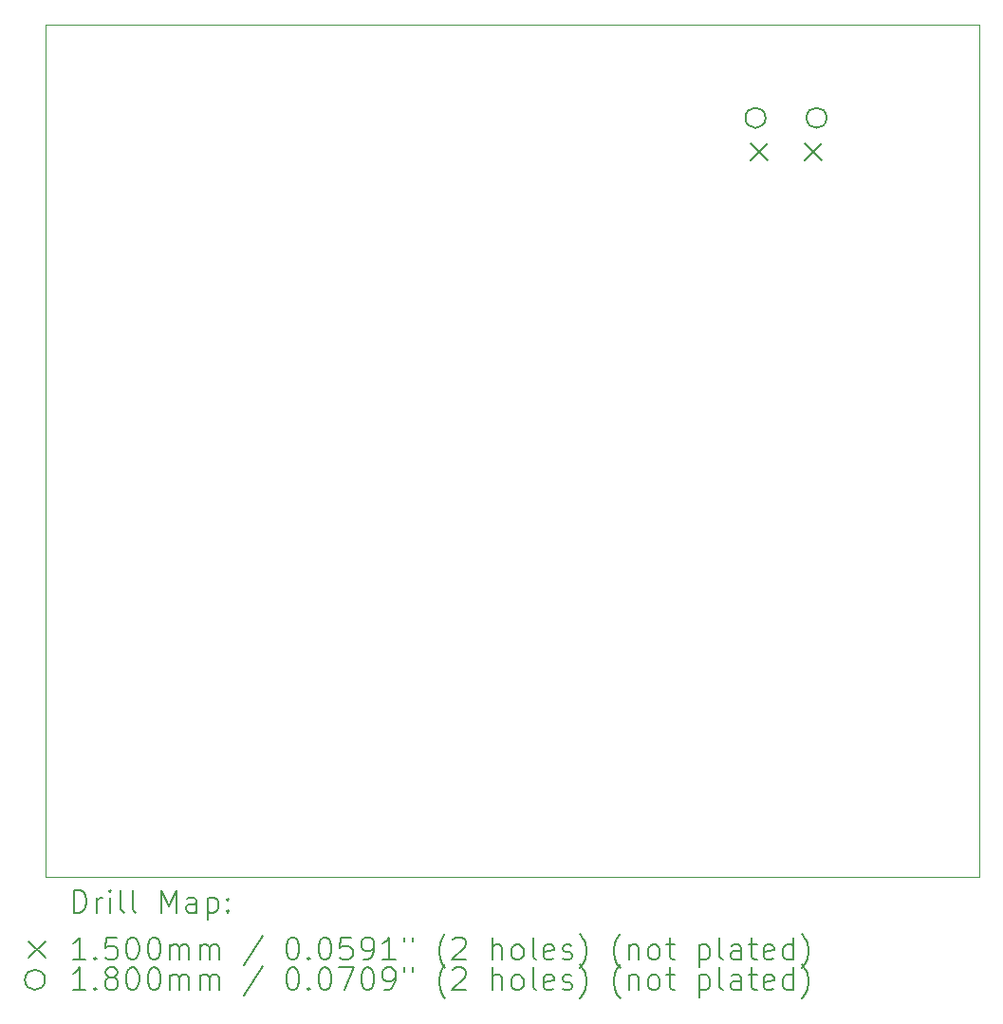
<source format=gbr>
%TF.GenerationSoftware,KiCad,Pcbnew,6.0.10-86aedd382b~118~ubuntu20.04.1*%
%TF.CreationDate,2023-01-30T13:17:54+00:00*%
%TF.ProjectId,srom,73726f6d-2e6b-4696-9361-645f70636258,rev?*%
%TF.SameCoordinates,Original*%
%TF.FileFunction,Drillmap*%
%TF.FilePolarity,Positive*%
%FSLAX45Y45*%
G04 Gerber Fmt 4.5, Leading zero omitted, Abs format (unit mm)*
G04 Created by KiCad (PCBNEW 6.0.10-86aedd382b~118~ubuntu20.04.1) date 2023-01-30 13:17:54*
%MOMM*%
%LPD*%
G01*
G04 APERTURE LIST*
%ADD10C,0.100000*%
%ADD11C,0.200000*%
%ADD12C,0.150000*%
%ADD13C,0.180000*%
G04 APERTURE END LIST*
D10*
X2318000Y-4998000D02*
X10646000Y-4998000D01*
X10646000Y-4998000D02*
X10646000Y-12607000D01*
X10646000Y-12607000D02*
X2318000Y-12607000D01*
X2318000Y-12607000D02*
X2318000Y-4998000D01*
D11*
D12*
X8606500Y-6060000D02*
X8756500Y-6210000D01*
X8756500Y-6060000D02*
X8606500Y-6210000D01*
X9091500Y-6060000D02*
X9241500Y-6210000D01*
X9241500Y-6060000D02*
X9091500Y-6210000D01*
D13*
X8741500Y-5832000D02*
G75*
G03*
X8741500Y-5832000I-90000J0D01*
G01*
X9286500Y-5832000D02*
G75*
G03*
X9286500Y-5832000I-90000J0D01*
G01*
D11*
X2570619Y-12922476D02*
X2570619Y-12722476D01*
X2618238Y-12722476D01*
X2646810Y-12732000D01*
X2665857Y-12751048D01*
X2675381Y-12770095D01*
X2684905Y-12808190D01*
X2684905Y-12836762D01*
X2675381Y-12874857D01*
X2665857Y-12893905D01*
X2646810Y-12912952D01*
X2618238Y-12922476D01*
X2570619Y-12922476D01*
X2770619Y-12922476D02*
X2770619Y-12789143D01*
X2770619Y-12827238D02*
X2780143Y-12808190D01*
X2789667Y-12798667D01*
X2808714Y-12789143D01*
X2827762Y-12789143D01*
X2894428Y-12922476D02*
X2894428Y-12789143D01*
X2894428Y-12722476D02*
X2884905Y-12732000D01*
X2894428Y-12741524D01*
X2903952Y-12732000D01*
X2894428Y-12722476D01*
X2894428Y-12741524D01*
X3018238Y-12922476D02*
X2999190Y-12912952D01*
X2989667Y-12893905D01*
X2989667Y-12722476D01*
X3123000Y-12922476D02*
X3103952Y-12912952D01*
X3094428Y-12893905D01*
X3094428Y-12722476D01*
X3351571Y-12922476D02*
X3351571Y-12722476D01*
X3418238Y-12865333D01*
X3484905Y-12722476D01*
X3484905Y-12922476D01*
X3665857Y-12922476D02*
X3665857Y-12817714D01*
X3656333Y-12798667D01*
X3637286Y-12789143D01*
X3599190Y-12789143D01*
X3580143Y-12798667D01*
X3665857Y-12912952D02*
X3646809Y-12922476D01*
X3599190Y-12922476D01*
X3580143Y-12912952D01*
X3570619Y-12893905D01*
X3570619Y-12874857D01*
X3580143Y-12855809D01*
X3599190Y-12846286D01*
X3646809Y-12846286D01*
X3665857Y-12836762D01*
X3761095Y-12789143D02*
X3761095Y-12989143D01*
X3761095Y-12798667D02*
X3780143Y-12789143D01*
X3818238Y-12789143D01*
X3837286Y-12798667D01*
X3846809Y-12808190D01*
X3856333Y-12827238D01*
X3856333Y-12884381D01*
X3846809Y-12903428D01*
X3837286Y-12912952D01*
X3818238Y-12922476D01*
X3780143Y-12922476D01*
X3761095Y-12912952D01*
X3942048Y-12903428D02*
X3951571Y-12912952D01*
X3942048Y-12922476D01*
X3932524Y-12912952D01*
X3942048Y-12903428D01*
X3942048Y-12922476D01*
X3942048Y-12798667D02*
X3951571Y-12808190D01*
X3942048Y-12817714D01*
X3932524Y-12808190D01*
X3942048Y-12798667D01*
X3942048Y-12817714D01*
D12*
X2163000Y-13177000D02*
X2313000Y-13327000D01*
X2313000Y-13177000D02*
X2163000Y-13327000D01*
D11*
X2675381Y-13342476D02*
X2561095Y-13342476D01*
X2618238Y-13342476D02*
X2618238Y-13142476D01*
X2599190Y-13171048D01*
X2580143Y-13190095D01*
X2561095Y-13199619D01*
X2761095Y-13323428D02*
X2770619Y-13332952D01*
X2761095Y-13342476D01*
X2751571Y-13332952D01*
X2761095Y-13323428D01*
X2761095Y-13342476D01*
X2951571Y-13142476D02*
X2856333Y-13142476D01*
X2846809Y-13237714D01*
X2856333Y-13228190D01*
X2875381Y-13218667D01*
X2923000Y-13218667D01*
X2942048Y-13228190D01*
X2951571Y-13237714D01*
X2961095Y-13256762D01*
X2961095Y-13304381D01*
X2951571Y-13323428D01*
X2942048Y-13332952D01*
X2923000Y-13342476D01*
X2875381Y-13342476D01*
X2856333Y-13332952D01*
X2846809Y-13323428D01*
X3084905Y-13142476D02*
X3103952Y-13142476D01*
X3123000Y-13152000D01*
X3132524Y-13161524D01*
X3142048Y-13180571D01*
X3151571Y-13218667D01*
X3151571Y-13266286D01*
X3142048Y-13304381D01*
X3132524Y-13323428D01*
X3123000Y-13332952D01*
X3103952Y-13342476D01*
X3084905Y-13342476D01*
X3065857Y-13332952D01*
X3056333Y-13323428D01*
X3046809Y-13304381D01*
X3037286Y-13266286D01*
X3037286Y-13218667D01*
X3046809Y-13180571D01*
X3056333Y-13161524D01*
X3065857Y-13152000D01*
X3084905Y-13142476D01*
X3275381Y-13142476D02*
X3294428Y-13142476D01*
X3313476Y-13152000D01*
X3323000Y-13161524D01*
X3332524Y-13180571D01*
X3342048Y-13218667D01*
X3342048Y-13266286D01*
X3332524Y-13304381D01*
X3323000Y-13323428D01*
X3313476Y-13332952D01*
X3294428Y-13342476D01*
X3275381Y-13342476D01*
X3256333Y-13332952D01*
X3246809Y-13323428D01*
X3237286Y-13304381D01*
X3227762Y-13266286D01*
X3227762Y-13218667D01*
X3237286Y-13180571D01*
X3246809Y-13161524D01*
X3256333Y-13152000D01*
X3275381Y-13142476D01*
X3427762Y-13342476D02*
X3427762Y-13209143D01*
X3427762Y-13228190D02*
X3437286Y-13218667D01*
X3456333Y-13209143D01*
X3484905Y-13209143D01*
X3503952Y-13218667D01*
X3513476Y-13237714D01*
X3513476Y-13342476D01*
X3513476Y-13237714D02*
X3523000Y-13218667D01*
X3542048Y-13209143D01*
X3570619Y-13209143D01*
X3589667Y-13218667D01*
X3599190Y-13237714D01*
X3599190Y-13342476D01*
X3694428Y-13342476D02*
X3694428Y-13209143D01*
X3694428Y-13228190D02*
X3703952Y-13218667D01*
X3723000Y-13209143D01*
X3751571Y-13209143D01*
X3770619Y-13218667D01*
X3780143Y-13237714D01*
X3780143Y-13342476D01*
X3780143Y-13237714D02*
X3789667Y-13218667D01*
X3808714Y-13209143D01*
X3837286Y-13209143D01*
X3856333Y-13218667D01*
X3865857Y-13237714D01*
X3865857Y-13342476D01*
X4256333Y-13132952D02*
X4084905Y-13390095D01*
X4513476Y-13142476D02*
X4532524Y-13142476D01*
X4551571Y-13152000D01*
X4561095Y-13161524D01*
X4570619Y-13180571D01*
X4580143Y-13218667D01*
X4580143Y-13266286D01*
X4570619Y-13304381D01*
X4561095Y-13323428D01*
X4551571Y-13332952D01*
X4532524Y-13342476D01*
X4513476Y-13342476D01*
X4494429Y-13332952D01*
X4484905Y-13323428D01*
X4475381Y-13304381D01*
X4465857Y-13266286D01*
X4465857Y-13218667D01*
X4475381Y-13180571D01*
X4484905Y-13161524D01*
X4494429Y-13152000D01*
X4513476Y-13142476D01*
X4665857Y-13323428D02*
X4675381Y-13332952D01*
X4665857Y-13342476D01*
X4656333Y-13332952D01*
X4665857Y-13323428D01*
X4665857Y-13342476D01*
X4799190Y-13142476D02*
X4818238Y-13142476D01*
X4837286Y-13152000D01*
X4846810Y-13161524D01*
X4856333Y-13180571D01*
X4865857Y-13218667D01*
X4865857Y-13266286D01*
X4856333Y-13304381D01*
X4846810Y-13323428D01*
X4837286Y-13332952D01*
X4818238Y-13342476D01*
X4799190Y-13342476D01*
X4780143Y-13332952D01*
X4770619Y-13323428D01*
X4761095Y-13304381D01*
X4751571Y-13266286D01*
X4751571Y-13218667D01*
X4761095Y-13180571D01*
X4770619Y-13161524D01*
X4780143Y-13152000D01*
X4799190Y-13142476D01*
X5046810Y-13142476D02*
X4951571Y-13142476D01*
X4942048Y-13237714D01*
X4951571Y-13228190D01*
X4970619Y-13218667D01*
X5018238Y-13218667D01*
X5037286Y-13228190D01*
X5046810Y-13237714D01*
X5056333Y-13256762D01*
X5056333Y-13304381D01*
X5046810Y-13323428D01*
X5037286Y-13332952D01*
X5018238Y-13342476D01*
X4970619Y-13342476D01*
X4951571Y-13332952D01*
X4942048Y-13323428D01*
X5151571Y-13342476D02*
X5189667Y-13342476D01*
X5208714Y-13332952D01*
X5218238Y-13323428D01*
X5237286Y-13294857D01*
X5246810Y-13256762D01*
X5246810Y-13180571D01*
X5237286Y-13161524D01*
X5227762Y-13152000D01*
X5208714Y-13142476D01*
X5170619Y-13142476D01*
X5151571Y-13152000D01*
X5142048Y-13161524D01*
X5132524Y-13180571D01*
X5132524Y-13228190D01*
X5142048Y-13247238D01*
X5151571Y-13256762D01*
X5170619Y-13266286D01*
X5208714Y-13266286D01*
X5227762Y-13256762D01*
X5237286Y-13247238D01*
X5246810Y-13228190D01*
X5437286Y-13342476D02*
X5323000Y-13342476D01*
X5380143Y-13342476D02*
X5380143Y-13142476D01*
X5361095Y-13171048D01*
X5342048Y-13190095D01*
X5323000Y-13199619D01*
X5513476Y-13142476D02*
X5513476Y-13180571D01*
X5589667Y-13142476D02*
X5589667Y-13180571D01*
X5884905Y-13418667D02*
X5875381Y-13409143D01*
X5856333Y-13380571D01*
X5846809Y-13361524D01*
X5837286Y-13332952D01*
X5827762Y-13285333D01*
X5827762Y-13247238D01*
X5837286Y-13199619D01*
X5846809Y-13171048D01*
X5856333Y-13152000D01*
X5875381Y-13123428D01*
X5884905Y-13113905D01*
X5951571Y-13161524D02*
X5961095Y-13152000D01*
X5980143Y-13142476D01*
X6027762Y-13142476D01*
X6046809Y-13152000D01*
X6056333Y-13161524D01*
X6065857Y-13180571D01*
X6065857Y-13199619D01*
X6056333Y-13228190D01*
X5942048Y-13342476D01*
X6065857Y-13342476D01*
X6303952Y-13342476D02*
X6303952Y-13142476D01*
X6389667Y-13342476D02*
X6389667Y-13237714D01*
X6380143Y-13218667D01*
X6361095Y-13209143D01*
X6332524Y-13209143D01*
X6313476Y-13218667D01*
X6303952Y-13228190D01*
X6513476Y-13342476D02*
X6494428Y-13332952D01*
X6484905Y-13323428D01*
X6475381Y-13304381D01*
X6475381Y-13247238D01*
X6484905Y-13228190D01*
X6494428Y-13218667D01*
X6513476Y-13209143D01*
X6542048Y-13209143D01*
X6561095Y-13218667D01*
X6570619Y-13228190D01*
X6580143Y-13247238D01*
X6580143Y-13304381D01*
X6570619Y-13323428D01*
X6561095Y-13332952D01*
X6542048Y-13342476D01*
X6513476Y-13342476D01*
X6694428Y-13342476D02*
X6675381Y-13332952D01*
X6665857Y-13313905D01*
X6665857Y-13142476D01*
X6846809Y-13332952D02*
X6827762Y-13342476D01*
X6789667Y-13342476D01*
X6770619Y-13332952D01*
X6761095Y-13313905D01*
X6761095Y-13237714D01*
X6770619Y-13218667D01*
X6789667Y-13209143D01*
X6827762Y-13209143D01*
X6846809Y-13218667D01*
X6856333Y-13237714D01*
X6856333Y-13256762D01*
X6761095Y-13275809D01*
X6932524Y-13332952D02*
X6951571Y-13342476D01*
X6989667Y-13342476D01*
X7008714Y-13332952D01*
X7018238Y-13313905D01*
X7018238Y-13304381D01*
X7008714Y-13285333D01*
X6989667Y-13275809D01*
X6961095Y-13275809D01*
X6942048Y-13266286D01*
X6932524Y-13247238D01*
X6932524Y-13237714D01*
X6942048Y-13218667D01*
X6961095Y-13209143D01*
X6989667Y-13209143D01*
X7008714Y-13218667D01*
X7084905Y-13418667D02*
X7094428Y-13409143D01*
X7113476Y-13380571D01*
X7123000Y-13361524D01*
X7132524Y-13332952D01*
X7142048Y-13285333D01*
X7142048Y-13247238D01*
X7132524Y-13199619D01*
X7123000Y-13171048D01*
X7113476Y-13152000D01*
X7094428Y-13123428D01*
X7084905Y-13113905D01*
X7446809Y-13418667D02*
X7437286Y-13409143D01*
X7418238Y-13380571D01*
X7408714Y-13361524D01*
X7399190Y-13332952D01*
X7389667Y-13285333D01*
X7389667Y-13247238D01*
X7399190Y-13199619D01*
X7408714Y-13171048D01*
X7418238Y-13152000D01*
X7437286Y-13123428D01*
X7446809Y-13113905D01*
X7523000Y-13209143D02*
X7523000Y-13342476D01*
X7523000Y-13228190D02*
X7532524Y-13218667D01*
X7551571Y-13209143D01*
X7580143Y-13209143D01*
X7599190Y-13218667D01*
X7608714Y-13237714D01*
X7608714Y-13342476D01*
X7732524Y-13342476D02*
X7713476Y-13332952D01*
X7703952Y-13323428D01*
X7694428Y-13304381D01*
X7694428Y-13247238D01*
X7703952Y-13228190D01*
X7713476Y-13218667D01*
X7732524Y-13209143D01*
X7761095Y-13209143D01*
X7780143Y-13218667D01*
X7789667Y-13228190D01*
X7799190Y-13247238D01*
X7799190Y-13304381D01*
X7789667Y-13323428D01*
X7780143Y-13332952D01*
X7761095Y-13342476D01*
X7732524Y-13342476D01*
X7856333Y-13209143D02*
X7932524Y-13209143D01*
X7884905Y-13142476D02*
X7884905Y-13313905D01*
X7894428Y-13332952D01*
X7913476Y-13342476D01*
X7932524Y-13342476D01*
X8151571Y-13209143D02*
X8151571Y-13409143D01*
X8151571Y-13218667D02*
X8170619Y-13209143D01*
X8208714Y-13209143D01*
X8227762Y-13218667D01*
X8237286Y-13228190D01*
X8246809Y-13247238D01*
X8246809Y-13304381D01*
X8237286Y-13323428D01*
X8227762Y-13332952D01*
X8208714Y-13342476D01*
X8170619Y-13342476D01*
X8151571Y-13332952D01*
X8361095Y-13342476D02*
X8342048Y-13332952D01*
X8332524Y-13313905D01*
X8332524Y-13142476D01*
X8523000Y-13342476D02*
X8523000Y-13237714D01*
X8513476Y-13218667D01*
X8494429Y-13209143D01*
X8456333Y-13209143D01*
X8437286Y-13218667D01*
X8523000Y-13332952D02*
X8503952Y-13342476D01*
X8456333Y-13342476D01*
X8437286Y-13332952D01*
X8427762Y-13313905D01*
X8427762Y-13294857D01*
X8437286Y-13275809D01*
X8456333Y-13266286D01*
X8503952Y-13266286D01*
X8523000Y-13256762D01*
X8589667Y-13209143D02*
X8665857Y-13209143D01*
X8618238Y-13142476D02*
X8618238Y-13313905D01*
X8627762Y-13332952D01*
X8646810Y-13342476D01*
X8665857Y-13342476D01*
X8808714Y-13332952D02*
X8789667Y-13342476D01*
X8751571Y-13342476D01*
X8732524Y-13332952D01*
X8723000Y-13313905D01*
X8723000Y-13237714D01*
X8732524Y-13218667D01*
X8751571Y-13209143D01*
X8789667Y-13209143D01*
X8808714Y-13218667D01*
X8818238Y-13237714D01*
X8818238Y-13256762D01*
X8723000Y-13275809D01*
X8989667Y-13342476D02*
X8989667Y-13142476D01*
X8989667Y-13332952D02*
X8970619Y-13342476D01*
X8932524Y-13342476D01*
X8913476Y-13332952D01*
X8903952Y-13323428D01*
X8894429Y-13304381D01*
X8894429Y-13247238D01*
X8903952Y-13228190D01*
X8913476Y-13218667D01*
X8932524Y-13209143D01*
X8970619Y-13209143D01*
X8989667Y-13218667D01*
X9065857Y-13418667D02*
X9075381Y-13409143D01*
X9094429Y-13380571D01*
X9103952Y-13361524D01*
X9113476Y-13332952D01*
X9123000Y-13285333D01*
X9123000Y-13247238D01*
X9113476Y-13199619D01*
X9103952Y-13171048D01*
X9094429Y-13152000D01*
X9075381Y-13123428D01*
X9065857Y-13113905D01*
D13*
X2313000Y-13522000D02*
G75*
G03*
X2313000Y-13522000I-90000J0D01*
G01*
D11*
X2675381Y-13612476D02*
X2561095Y-13612476D01*
X2618238Y-13612476D02*
X2618238Y-13412476D01*
X2599190Y-13441048D01*
X2580143Y-13460095D01*
X2561095Y-13469619D01*
X2761095Y-13593428D02*
X2770619Y-13602952D01*
X2761095Y-13612476D01*
X2751571Y-13602952D01*
X2761095Y-13593428D01*
X2761095Y-13612476D01*
X2884905Y-13498190D02*
X2865857Y-13488667D01*
X2856333Y-13479143D01*
X2846809Y-13460095D01*
X2846809Y-13450571D01*
X2856333Y-13431524D01*
X2865857Y-13422000D01*
X2884905Y-13412476D01*
X2923000Y-13412476D01*
X2942048Y-13422000D01*
X2951571Y-13431524D01*
X2961095Y-13450571D01*
X2961095Y-13460095D01*
X2951571Y-13479143D01*
X2942048Y-13488667D01*
X2923000Y-13498190D01*
X2884905Y-13498190D01*
X2865857Y-13507714D01*
X2856333Y-13517238D01*
X2846809Y-13536286D01*
X2846809Y-13574381D01*
X2856333Y-13593428D01*
X2865857Y-13602952D01*
X2884905Y-13612476D01*
X2923000Y-13612476D01*
X2942048Y-13602952D01*
X2951571Y-13593428D01*
X2961095Y-13574381D01*
X2961095Y-13536286D01*
X2951571Y-13517238D01*
X2942048Y-13507714D01*
X2923000Y-13498190D01*
X3084905Y-13412476D02*
X3103952Y-13412476D01*
X3123000Y-13422000D01*
X3132524Y-13431524D01*
X3142048Y-13450571D01*
X3151571Y-13488667D01*
X3151571Y-13536286D01*
X3142048Y-13574381D01*
X3132524Y-13593428D01*
X3123000Y-13602952D01*
X3103952Y-13612476D01*
X3084905Y-13612476D01*
X3065857Y-13602952D01*
X3056333Y-13593428D01*
X3046809Y-13574381D01*
X3037286Y-13536286D01*
X3037286Y-13488667D01*
X3046809Y-13450571D01*
X3056333Y-13431524D01*
X3065857Y-13422000D01*
X3084905Y-13412476D01*
X3275381Y-13412476D02*
X3294428Y-13412476D01*
X3313476Y-13422000D01*
X3323000Y-13431524D01*
X3332524Y-13450571D01*
X3342048Y-13488667D01*
X3342048Y-13536286D01*
X3332524Y-13574381D01*
X3323000Y-13593428D01*
X3313476Y-13602952D01*
X3294428Y-13612476D01*
X3275381Y-13612476D01*
X3256333Y-13602952D01*
X3246809Y-13593428D01*
X3237286Y-13574381D01*
X3227762Y-13536286D01*
X3227762Y-13488667D01*
X3237286Y-13450571D01*
X3246809Y-13431524D01*
X3256333Y-13422000D01*
X3275381Y-13412476D01*
X3427762Y-13612476D02*
X3427762Y-13479143D01*
X3427762Y-13498190D02*
X3437286Y-13488667D01*
X3456333Y-13479143D01*
X3484905Y-13479143D01*
X3503952Y-13488667D01*
X3513476Y-13507714D01*
X3513476Y-13612476D01*
X3513476Y-13507714D02*
X3523000Y-13488667D01*
X3542048Y-13479143D01*
X3570619Y-13479143D01*
X3589667Y-13488667D01*
X3599190Y-13507714D01*
X3599190Y-13612476D01*
X3694428Y-13612476D02*
X3694428Y-13479143D01*
X3694428Y-13498190D02*
X3703952Y-13488667D01*
X3723000Y-13479143D01*
X3751571Y-13479143D01*
X3770619Y-13488667D01*
X3780143Y-13507714D01*
X3780143Y-13612476D01*
X3780143Y-13507714D02*
X3789667Y-13488667D01*
X3808714Y-13479143D01*
X3837286Y-13479143D01*
X3856333Y-13488667D01*
X3865857Y-13507714D01*
X3865857Y-13612476D01*
X4256333Y-13402952D02*
X4084905Y-13660095D01*
X4513476Y-13412476D02*
X4532524Y-13412476D01*
X4551571Y-13422000D01*
X4561095Y-13431524D01*
X4570619Y-13450571D01*
X4580143Y-13488667D01*
X4580143Y-13536286D01*
X4570619Y-13574381D01*
X4561095Y-13593428D01*
X4551571Y-13602952D01*
X4532524Y-13612476D01*
X4513476Y-13612476D01*
X4494429Y-13602952D01*
X4484905Y-13593428D01*
X4475381Y-13574381D01*
X4465857Y-13536286D01*
X4465857Y-13488667D01*
X4475381Y-13450571D01*
X4484905Y-13431524D01*
X4494429Y-13422000D01*
X4513476Y-13412476D01*
X4665857Y-13593428D02*
X4675381Y-13602952D01*
X4665857Y-13612476D01*
X4656333Y-13602952D01*
X4665857Y-13593428D01*
X4665857Y-13612476D01*
X4799190Y-13412476D02*
X4818238Y-13412476D01*
X4837286Y-13422000D01*
X4846810Y-13431524D01*
X4856333Y-13450571D01*
X4865857Y-13488667D01*
X4865857Y-13536286D01*
X4856333Y-13574381D01*
X4846810Y-13593428D01*
X4837286Y-13602952D01*
X4818238Y-13612476D01*
X4799190Y-13612476D01*
X4780143Y-13602952D01*
X4770619Y-13593428D01*
X4761095Y-13574381D01*
X4751571Y-13536286D01*
X4751571Y-13488667D01*
X4761095Y-13450571D01*
X4770619Y-13431524D01*
X4780143Y-13422000D01*
X4799190Y-13412476D01*
X4932524Y-13412476D02*
X5065857Y-13412476D01*
X4980143Y-13612476D01*
X5180143Y-13412476D02*
X5199190Y-13412476D01*
X5218238Y-13422000D01*
X5227762Y-13431524D01*
X5237286Y-13450571D01*
X5246810Y-13488667D01*
X5246810Y-13536286D01*
X5237286Y-13574381D01*
X5227762Y-13593428D01*
X5218238Y-13602952D01*
X5199190Y-13612476D01*
X5180143Y-13612476D01*
X5161095Y-13602952D01*
X5151571Y-13593428D01*
X5142048Y-13574381D01*
X5132524Y-13536286D01*
X5132524Y-13488667D01*
X5142048Y-13450571D01*
X5151571Y-13431524D01*
X5161095Y-13422000D01*
X5180143Y-13412476D01*
X5342048Y-13612476D02*
X5380143Y-13612476D01*
X5399190Y-13602952D01*
X5408714Y-13593428D01*
X5427762Y-13564857D01*
X5437286Y-13526762D01*
X5437286Y-13450571D01*
X5427762Y-13431524D01*
X5418238Y-13422000D01*
X5399190Y-13412476D01*
X5361095Y-13412476D01*
X5342048Y-13422000D01*
X5332524Y-13431524D01*
X5323000Y-13450571D01*
X5323000Y-13498190D01*
X5332524Y-13517238D01*
X5342048Y-13526762D01*
X5361095Y-13536286D01*
X5399190Y-13536286D01*
X5418238Y-13526762D01*
X5427762Y-13517238D01*
X5437286Y-13498190D01*
X5513476Y-13412476D02*
X5513476Y-13450571D01*
X5589667Y-13412476D02*
X5589667Y-13450571D01*
X5884905Y-13688667D02*
X5875381Y-13679143D01*
X5856333Y-13650571D01*
X5846809Y-13631524D01*
X5837286Y-13602952D01*
X5827762Y-13555333D01*
X5827762Y-13517238D01*
X5837286Y-13469619D01*
X5846809Y-13441048D01*
X5856333Y-13422000D01*
X5875381Y-13393428D01*
X5884905Y-13383905D01*
X5951571Y-13431524D02*
X5961095Y-13422000D01*
X5980143Y-13412476D01*
X6027762Y-13412476D01*
X6046809Y-13422000D01*
X6056333Y-13431524D01*
X6065857Y-13450571D01*
X6065857Y-13469619D01*
X6056333Y-13498190D01*
X5942048Y-13612476D01*
X6065857Y-13612476D01*
X6303952Y-13612476D02*
X6303952Y-13412476D01*
X6389667Y-13612476D02*
X6389667Y-13507714D01*
X6380143Y-13488667D01*
X6361095Y-13479143D01*
X6332524Y-13479143D01*
X6313476Y-13488667D01*
X6303952Y-13498190D01*
X6513476Y-13612476D02*
X6494428Y-13602952D01*
X6484905Y-13593428D01*
X6475381Y-13574381D01*
X6475381Y-13517238D01*
X6484905Y-13498190D01*
X6494428Y-13488667D01*
X6513476Y-13479143D01*
X6542048Y-13479143D01*
X6561095Y-13488667D01*
X6570619Y-13498190D01*
X6580143Y-13517238D01*
X6580143Y-13574381D01*
X6570619Y-13593428D01*
X6561095Y-13602952D01*
X6542048Y-13612476D01*
X6513476Y-13612476D01*
X6694428Y-13612476D02*
X6675381Y-13602952D01*
X6665857Y-13583905D01*
X6665857Y-13412476D01*
X6846809Y-13602952D02*
X6827762Y-13612476D01*
X6789667Y-13612476D01*
X6770619Y-13602952D01*
X6761095Y-13583905D01*
X6761095Y-13507714D01*
X6770619Y-13488667D01*
X6789667Y-13479143D01*
X6827762Y-13479143D01*
X6846809Y-13488667D01*
X6856333Y-13507714D01*
X6856333Y-13526762D01*
X6761095Y-13545809D01*
X6932524Y-13602952D02*
X6951571Y-13612476D01*
X6989667Y-13612476D01*
X7008714Y-13602952D01*
X7018238Y-13583905D01*
X7018238Y-13574381D01*
X7008714Y-13555333D01*
X6989667Y-13545809D01*
X6961095Y-13545809D01*
X6942048Y-13536286D01*
X6932524Y-13517238D01*
X6932524Y-13507714D01*
X6942048Y-13488667D01*
X6961095Y-13479143D01*
X6989667Y-13479143D01*
X7008714Y-13488667D01*
X7084905Y-13688667D02*
X7094428Y-13679143D01*
X7113476Y-13650571D01*
X7123000Y-13631524D01*
X7132524Y-13602952D01*
X7142048Y-13555333D01*
X7142048Y-13517238D01*
X7132524Y-13469619D01*
X7123000Y-13441048D01*
X7113476Y-13422000D01*
X7094428Y-13393428D01*
X7084905Y-13383905D01*
X7446809Y-13688667D02*
X7437286Y-13679143D01*
X7418238Y-13650571D01*
X7408714Y-13631524D01*
X7399190Y-13602952D01*
X7389667Y-13555333D01*
X7389667Y-13517238D01*
X7399190Y-13469619D01*
X7408714Y-13441048D01*
X7418238Y-13422000D01*
X7437286Y-13393428D01*
X7446809Y-13383905D01*
X7523000Y-13479143D02*
X7523000Y-13612476D01*
X7523000Y-13498190D02*
X7532524Y-13488667D01*
X7551571Y-13479143D01*
X7580143Y-13479143D01*
X7599190Y-13488667D01*
X7608714Y-13507714D01*
X7608714Y-13612476D01*
X7732524Y-13612476D02*
X7713476Y-13602952D01*
X7703952Y-13593428D01*
X7694428Y-13574381D01*
X7694428Y-13517238D01*
X7703952Y-13498190D01*
X7713476Y-13488667D01*
X7732524Y-13479143D01*
X7761095Y-13479143D01*
X7780143Y-13488667D01*
X7789667Y-13498190D01*
X7799190Y-13517238D01*
X7799190Y-13574381D01*
X7789667Y-13593428D01*
X7780143Y-13602952D01*
X7761095Y-13612476D01*
X7732524Y-13612476D01*
X7856333Y-13479143D02*
X7932524Y-13479143D01*
X7884905Y-13412476D02*
X7884905Y-13583905D01*
X7894428Y-13602952D01*
X7913476Y-13612476D01*
X7932524Y-13612476D01*
X8151571Y-13479143D02*
X8151571Y-13679143D01*
X8151571Y-13488667D02*
X8170619Y-13479143D01*
X8208714Y-13479143D01*
X8227762Y-13488667D01*
X8237286Y-13498190D01*
X8246809Y-13517238D01*
X8246809Y-13574381D01*
X8237286Y-13593428D01*
X8227762Y-13602952D01*
X8208714Y-13612476D01*
X8170619Y-13612476D01*
X8151571Y-13602952D01*
X8361095Y-13612476D02*
X8342048Y-13602952D01*
X8332524Y-13583905D01*
X8332524Y-13412476D01*
X8523000Y-13612476D02*
X8523000Y-13507714D01*
X8513476Y-13488667D01*
X8494429Y-13479143D01*
X8456333Y-13479143D01*
X8437286Y-13488667D01*
X8523000Y-13602952D02*
X8503952Y-13612476D01*
X8456333Y-13612476D01*
X8437286Y-13602952D01*
X8427762Y-13583905D01*
X8427762Y-13564857D01*
X8437286Y-13545809D01*
X8456333Y-13536286D01*
X8503952Y-13536286D01*
X8523000Y-13526762D01*
X8589667Y-13479143D02*
X8665857Y-13479143D01*
X8618238Y-13412476D02*
X8618238Y-13583905D01*
X8627762Y-13602952D01*
X8646810Y-13612476D01*
X8665857Y-13612476D01*
X8808714Y-13602952D02*
X8789667Y-13612476D01*
X8751571Y-13612476D01*
X8732524Y-13602952D01*
X8723000Y-13583905D01*
X8723000Y-13507714D01*
X8732524Y-13488667D01*
X8751571Y-13479143D01*
X8789667Y-13479143D01*
X8808714Y-13488667D01*
X8818238Y-13507714D01*
X8818238Y-13526762D01*
X8723000Y-13545809D01*
X8989667Y-13612476D02*
X8989667Y-13412476D01*
X8989667Y-13602952D02*
X8970619Y-13612476D01*
X8932524Y-13612476D01*
X8913476Y-13602952D01*
X8903952Y-13593428D01*
X8894429Y-13574381D01*
X8894429Y-13517238D01*
X8903952Y-13498190D01*
X8913476Y-13488667D01*
X8932524Y-13479143D01*
X8970619Y-13479143D01*
X8989667Y-13488667D01*
X9065857Y-13688667D02*
X9075381Y-13679143D01*
X9094429Y-13650571D01*
X9103952Y-13631524D01*
X9113476Y-13602952D01*
X9123000Y-13555333D01*
X9123000Y-13517238D01*
X9113476Y-13469619D01*
X9103952Y-13441048D01*
X9094429Y-13422000D01*
X9075381Y-13393428D01*
X9065857Y-13383905D01*
M02*

</source>
